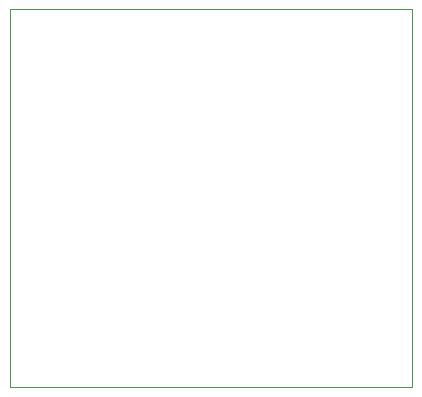
<source format=gbr>
%TF.GenerationSoftware,Altium Limited,Altium Designer,21.4.1 (30)*%
G04 Layer_Color=0*
%FSLAX26Y26*%
%MOIN*%
%TF.SameCoordinates,A13BDBB0-CAD7-4838-8454-AA6E24CDD61A*%
%TF.FilePolarity,Positive*%
%TF.FileFunction,Profile,NP*%
%TF.Part,Single*%
G01*
G75*
%TA.AperFunction,Profile*%
%ADD104C,0.001000*%
D104*
X0Y0D02*
X0Y1259843D01*
X1338583D01*
X1338583Y0D01*
X0D01*
%TF.MD5,4b97eef20da1eb661661318e556234bd*%
M02*

</source>
